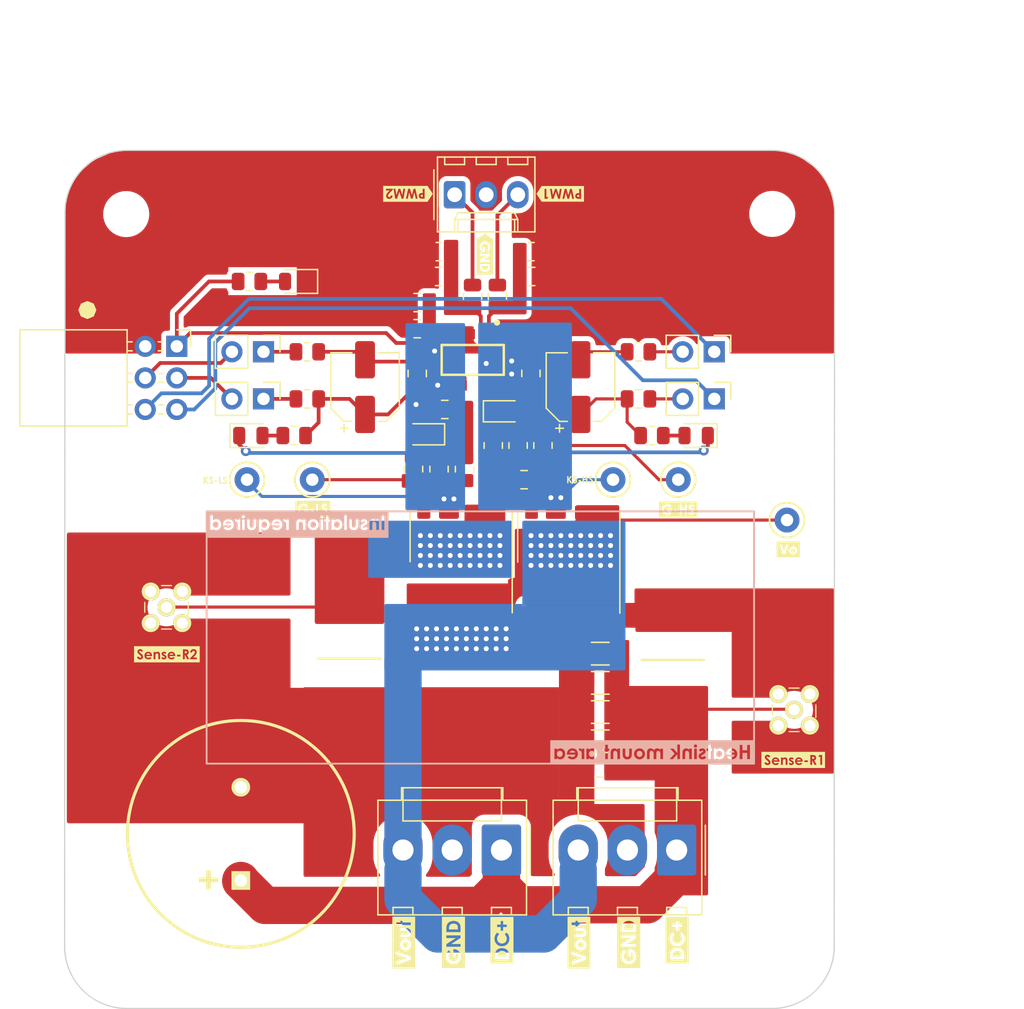
<source format=kicad_pcb>
(kicad_pcb (version 20221018) (generator pcbnew)
  (title_block (comment 4 "AISLER Project ID: ZPYPMIGU"))
  (layers (0 "F.Cu" mixed) (31 "B.Cu" mixed) (34 "B.Paste" user) (35 "F.Paste" user) (36 "B.SilkS" user "B.Silkscreen") (37 "F.SilkS" user "F.Silkscreen") (38 "B.Mask" user) (39 "F.Mask" user) (44 "Edge.Cuts" user))
  (net 0 "")
  (net 1 "GND")
  (net 2 "+3.3V")
  (net 3 "VCCA")
  (net 4 "VCCB")
  (net 5 "GND1")
  (net 6 "LED1")
  (net 7 "Net-(C5-Pad1)")
  (net 8 "Net-(D2-K)")
  (net 9 "GND2")
  (net 10 "OUTA")
  (net 11 "GND3")
  (net 12 "Net-(Q1-G)")
  (net 13 "Net-(D1-A)")
  (net 14 "Net-(D2-A)")
  (net 15 "Net-(D5-A)")
  (net 16 "Net-(D6-A)")
  (net 17 "Net-(D7-A)")
  (net 18 "Net-(J8-Pin_2)")
  (net 19 "Net-(J7-Pin_1)")
  (net 20 "HVDC+")
  (net 21 "PWM1")
  (net 22 "PWM2")
  (net 23 "OUTB")
  (net 24 "gnd-1")
  (net 25 "LED2")
  (net 26 "gnd-2")
  (net 27 "Net-(J6-Pin_1)")
  (net 28 "Net-(J5-Pin_2)")
  (net 30 "Net-(J9-Pad2)")
  (net 31 "Net-(J10-Pad1)")
  (net 32 "Net-(J1-Pin_3)")
  (net 33 "Net-(J2-Pin_1)")
  (net 34 "Net-(J2-Pin_3)")
  (net 35 "Net-(Q2-G)")
  (footprint "LED_SMD:LED_0805_2012Metric" (layer "F.Cu") (at 124.525 58.31 180)
    (fp_text reference "D5" hide)
    (fp_text value "LED")
  )
  (footprint "Connector_Molex:Molex_KK-254_AE-6410-03A_1x03_P2.54mm_Vertical" (layer "F.Cu") (at 137.235 51.33)
    (fp_text reference "J2" hide)
    (fp_text value "PWM")
  )
  (footprint "MountingHole:MountingHole_3.2mm_M3" (layer "F.Cu") (at 162.794466 52.874466)
    (fp_text reference "H3" hide)
    (fp_text value "MountingHole")
  )
  (footprint "kibuzzard-63FF1A06" (layer "F.Cu") (at 133.48 51.26 180)
    (fp_text reference "kibuzzard-63FF1A06" hide)
    (fp_text value "G***" hide)
  )
  (footprint "Resistor_SMD:R_0805_2012Metric" (layer "F.Cu") (at 143.405 55.91)
    (fp_text reference "R16" hide)
    (fp_text value "10k")
  )
  (footprint "Connector_PinHeader_2.54mm:PinHeader_1x02_P2.54mm_Vertical" (layer "F.Cu") (at 121.855 67.76 -90)
    (fp_text reference "J6" hide)
    (fp_text value "5V")
  )
  (footprint "EKXL451ELL101MM30S:CAPPRD750W80D1825H3200" (layer "F.Cu") (at 120.03 106.51 90)
    (fp_text reference "C10" hide)
    (fp_text value "100uF/450V" hide)
  )
  (footprint "Resistor_SMD:R_0805_2012Metric" (layer "F.Cu") (at 124.325 70.71)
    (fp_text reference "R12" hide)
    (fp_text value "4.7k")
  )
  (footprint "Capacitor_SMD:CP_Elec_5x5.3" (layer "F.Cu") (at 130.025 66.81 90)
    (fp_text reference "C16" hide)
    (fp_text value "10uF/35V")
  )
  (footprint "2EDF7275K:TFLGA65P500X500X106-14_13N-V" (layer "F.Cu") (at 138.6925 64.62 -90)
    (fp_text reference "IC1" hide)
    (fp_text value "2EDF7275KXUMA1")
  )
  (footprint "kibuzzard-63FF19FC" (layer "F.Cu") (at 145.73 51.26 180)
    (fp_text reference "kibuzzard-63FF19FC" hide)
    (fp_text value "G***" hide)
  )
  (footprint "Resistor_SMD:R_0805_2012Metric" (layer "F.Cu") (at 148.88 97.46 180)
    (fp_text reference "R8" hide)
    (fp_text value "500k")
  )
  (footprint "Capacitor_SMD:C_0805_2012Metric" (layer "F.Cu") (at 134.225 62.11)
    (fp_text reference "C1" hide)
    (fp_text value "100nF")
  )
  (footprint "Capacitor_SMD:C_1206_3216Metric" (layer "F.Cu") (at 148.955 88.26 180)
    (fp_text reference "C9" hide)
    (fp_text value "100nF/450V")
  )
  (footprint "TestPoint:TestPoint_Keystone_5000-5004_Miniature" (layer "F.Cu") (at 149.98 74.26)
    (fp_text reference "TP5" hide)
    (fp_text value "TestPoint_Alt")
  )
  (footprint "MMCX-J-P-H-ST-TH1:MMCXJPHSTTH1" (layer "F.Cu") (at 163.28 91.51)
    (fp_text reference "J9" hide)
    (fp_text value "MMCX-J-P-H-ST-TH1" hide)
  )
  (footprint "Resistor_SMD:R_0805_2012Metric" (layer "F.Cu") (at 125.38 63.97)
    (fp_text reference "FB2" hide)
    (fp_text value "fb")
  )
  (footprint "Resistor_SMD:R_0805_2012Metric" (layer "F.Cu") (at 138.675 59.51 -90)
    (fp_text reference "R13" hide)
    (fp_text value "100")
  )
  (footprint "Resistor_SMD:R_0805_2012Metric" (layer "F.Cu") (at 138.03 73.41 -90)
    (fp_text reference "R1" hide)
    (fp_text value "470")
  )
  (footprint "Resistor_SMD:R_0805_2012Metric" (layer "F.Cu") (at 140.3425 71.51 -90)
    (fp_text reference "R3" hide)
    (fp_text value "470")
  )
  (footprint "Capacitor_SMD:C_1206_3216Metric" (layer "F.Cu") (at 148.955 90.61 180)
    (fp_text reference "C8" hide)
    (fp_text value "100nF/450V")
  )
  (footprint "LED_SMD:LED_0805_2012Metric" (layer "F.Cu") (at 156.6725 70.71 180)
    (fp_text reference "D6" hide)
    (fp_text value "LED")
  )
  (footprint "TestPoint:TestPoint_Keystone_5000-5004_Miniature" (layer "F.Cu") (at 163.98 77.51)
    (fp_text reference "TP4" hide)
    (fp_text value "TestPoint_Alt")
  )
  (footprint "Resistor_SMD:R_0805_2012Metric" (layer "F.Cu") (at 120.725 58.31 180)
    (fp_text reference "R10" hide)
    (fp_text value "4.7k")
  )
  (footprint "kibuzzard-63EE9059" (layer "F.Cu") (at 151.24 111.494071 90)
    (fp_text reference "kibuzzard-63EE9059" hide)
    (fp_text value "G***" hide)
  )
  (footprint "Package_SON:Infineon_PG-LSON-8-1" (layer "F.Cu") (at 146.42 80.89 90)
    (fp_text reference "Q1" hide)
    (fp_text value "IGLD60R190D1")
  )
  (footprint "Resistor_SMD:R_0805_2012Metric" (layer "F.Cu") (at 142.3425 71.51 -90)
    (fp_text reference "R2" hide)
    (fp_text value "10")
  )
  (footprint "Connector_PinHeader_2.54mm:PinHeader_1x02_P2.54mm_Vertical" (layer "F.Cu") (at 121.855 63.97 -90)
    (fp_text reference "J7" hide)
    (fp_text value "GND")
  )
  (footprint "Resistor_SMD:R_0805_2012Metric" (layer "F.Cu") (at 144.3425 71.51 -90)
    (fp_text reference "R5" hide)
    (fp_text value "5.1")
  )
  (footprint "Capacitor_SMD:C_0805_2012Metric" (layer "F.Cu") (at 143.425 57.91 180)
    (fp_text reference "C14" hide)
    (fp_text value "100nF")
  )
  (footprint "Resistor_SMD:R_0805_2012Metric" (layer "F.Cu") (at 152.03 63.97)
    (fp_text reference "FB1" hide)
    (fp_text value "fb")
  )
  (footprint "Resistor_SMD:R_0805_2012Metric" (layer "F.Cu") (at 152.03 67.76)
    (fp_text reference "FB4" hide)
    (fp_text value "fb")
  )
  (footprint "Resistor_SMD:R_0805_2012Metric" (layer "F.Cu") (at 135.98 73.41 -90)
    (fp_text reference "R4" hide)
    (fp_text value "10")
  )
  (footprint "Resistor_SMD:R_0805_2012Metric" (layer "F.Cu") (at 153.1125 70.71 180)
    (fp_text reference "R11" hide)
    (fp_text value "4.7k")
  )
  (footprint "Capacitor_SMD:C_0805_2012Metric" (layer "F.Cu") (at 135.955 57.91)
    (fp_text reference "C13" hide)
    (fp_text value "100nF")
  )
  (footprint "kibuzzard-63FF1A39" (layer "F.Cu") (at 114.08 88.31)
    (fp_text reference "kibuzzard-63FF1A39" hide)
    (fp_text value "G***" hide)
  )
  (footprint "kibuzzard-63FF1AED" (layer "F.Cu") (at 117.98 74.31)
    (fp_text reference "kibuzzard-63FF1AED" hide)
    (fp_text value "G***" hide)
  )
  (footprint "kibuzzard-63EDDA14" (layer "F.Cu") (at 107.68 60.61)
    (fp_text reference "kibuzzard-63EDDA14" hide)
    (fp_text value "G***" hide)
  )
  (footprint "Connector_PinSocket_2.54mm:PinSocket_2x03_P2.54mm_Horizontal" (layer "F.Cu") (at 114.88 63.53)
    (fp_text reference "J4" hide)
    (fp_text value "Conn_02x03_Odd_Even")
  )
  (footprint "Connector_PinHeader_2.54mm:PinHeader_1x02_P2.54mm_Vertical" (layer "F.Cu") (at 158.13 67.76 -90)
    (fp_text reference "J5" hide)
    (fp_text value "5V")
  )
  (footprint "Capacitor_SMD:C_0805_2012Metric" (layer "F.Cu") (at 142.83 74.26 180)
    (fp_text reference "C5" hide)
    (fp_text value "2.2nF")
  )
  (footprint "kibuzzard-63EE9044" (layer "F.Cu") (at 155.14 111.315 90)
    (fp_text reference "kibuzzard-63EE9044" hide)
    (fp_text value "G***" hide)
  )
  (footprint "kibuzzard-63EE9044" (layer "F.Cu") (at 141.04 111.315 90)
    (fp_text reference "kibuzzard-63EE9044" hide)
    (fp_text value "G***" hide)
  )
  (footprint "footprint:RESC10052X50N" (layer "F.Cu") (at 128.78 88.66 -90)
    (fp_text reference "R9" hide)
    (fp_text value "WSLP3921L1000FEA" hide)
  )
  (footprint "MountingHole:MountingHole_3.2mm_M3" (layer "F.Cu") (at 110.808932 52.888932)
    (fp_text reference "H4" hide)
    (fp_text value "MountingHole")
  )
  (footprint "Package_SON:Infineon_PG-LSON-8-1" (layer "F.Cu") (at 137.76 80.86 90)
    (fp_text reference "Q2" hide)
    (fp_text value "IGLD60R190D1")
  )
  (footprint "Diode_SMD:D_SOD-323" (layer "F.Cu") (at 134.93 70.61 180)
    (fp_text reference "D2" hide)
    (fp_text value "BAT165")
  )
  (footprint "Capacitor_SMD:C_0805_2012Metric" (layer "F.Cu") (at 136.4425 68.61 180)
    (fp_text reference "C4" hide)
    (fp_text value "2.2nF")
  )
  (footprint "Connector_Molex:Molex_KK-396_A-41791-0003_1x03_P3.96mm_Vertical" (layer "F.Cu") (at 141 104.06 180)
    (fp_text reference "J3" hide)
    (fp_text value "HVDC")
  )
  (footprint "kibuzzard-63EDD5C6" (layer "F.Cu") (at 125.83 76.61)
    (fp_text reference "kibuzzard-63EDD5C6" hide)
    (fp_text value "G***" hide)
  )
  (footprint "Resistor_SMD:R_0805_2012Metric" (layer "F.Cu") (at 140.675 59.51 -90)
    (fp_text reference "R14" hide)
    (fp_text value "100")
  )
  (footprint "TestPoint:TestPoint_Keystone_5000-5004_Miniature" (layer "F.Cu") (at 125.78 74.26)
    (fp_text reference "TP2" hide)
    (fp_text value "TestPoint_Alt")
  )
  (footprint "MMCX-J-P-H-ST-TH1:MMCXJPHSTTH1" (layer "F.Cu") (at 112.78 83.26)
    (fp_text reference "J10" hide)
    (fp_text value "MMCX-J-P-H-ST-TH1" hide)
  )
  (footprint "kibuzzard-63EDD756" (layer "F.Cu") (at 164.08 79.86)
    (fp_text reference "kibuzzard-63EDD756" hide)
    (fp_text value "G***" hide)
  )
  (footprint "LED_SMD:LED_0805_2012Metric" (layer "F.Cu") (at 120.8375 70.71)
    (fp_text reference "D7" hide)
    (fp_text value "LED")
  )
  (footprint "kibuzzard-63FF19DB" (layer "F.Cu") (at 139.675 56.11 -90)
    (fp_text reference "kibuzzard-63FF19DB" hide)
    (fp_text value "G***" hide)
  )
  (footprint "Resistor_SMD:R_0805_2012Metric" (layer "F.Cu") (at 135.975 55.91 180)
    (fp_text reference "R15" hide)
    (fp_text value "10k")
  )
  (footprint "TestPoint:TestPoint_Keystone_5000-5004_Miniature" (layer "F.Cu") (at 155.23 74.26)
    (fp_text reference "TP1" hide)
    (fp_text value "TestPoint_Alt")
  )
  (footprint "kibuzzard-63EE9091" (layer "F.Cu") (at 133.14 111.515 90)
    (fp_text reference "kibuzzard-63EE9091" hide)
    (fp_text value "G***" hide)
  )
  (footprint "kibuzzard-63EDD5E0" (layer "F.Cu") (at 155.225 76.66)
    (fp_text reference "kibuzzard-63EDD5E0" hide)
    (fp_text value "G***" hide)
  )
  (footprint "Capacitor_SMD:C_1206_3216Metric" (layer "F.Cu") (at 148.955 95.31 180)
    (fp_text reference "C7" hide)
    (fp_text value "100nF/450V")
  )
  (footprint "kibuzzard-63EDD791" (layer "F.Cu") (at 164.48 96.81)
    (fp_text reference "kibuzzard-63EDD791" hide)
    (fp_text value "G***" hide)
  )
  (footprint "kibuzzard-63FF2B27" (layer "F.Cu") (at 117.43 106.46)
    (fp_text reference "kibuzzard-63FF2B27" hide)
    (fp_text value "G***" hide)
  )
  (footprint "footprint:RESC10052X50N" (layer "F.Cu") (at 154.78 88.77 -90)
    (fp_text reference "R7" hide)
    (fp_text value "WSLP3921L1000FEA" hide)
  )
  (footprint "kibuzzard-63EE9091" (layer "F.Cu") (at 147.24 111.515 90)
    (fp_text reference "kibuzzard-63EE9091" hide)
    (fp_text value "G***" hide)
  )
  (footprint "Diode_SMD:D_SOD-323" (layer "F.Cu") (at 141.0475 68.76)
    (fp_text reference "D1" hide)
    (fp_text value "BAT165")
  )
  (footprint "Connector_Molex:Molex_KK-396_A-41791-0003_1x03_P3.96mm_Vertical" (layer "F.Cu") (at 155.1 104.06 180)
    (fp_text reference "J1" hide)
    (fp_text value "HVDC")
  )
  (footprint "kibuzzard-63FF1AF8" (layer "F.Cu") (at 147.33 74.26)
    (fp_text reference "kibuzzard-63FF1AF8" hide)
    (fp_text value "G***" hide)
  )
  (footprint "MountingHole:MountingHole_3.2mm_M3" (layer "F.Cu") (at 162.78 111.81)
    (fp_text reference "H1" hide)
    (fp_text value "MountingHole")
  )
  (footprint "Capacitor_SMD:C_0805_2012Metric" (layer "F.Cu") (at 134.225 65.71 -90)
    (fp_text reference "C3" hide)
    (fp_text value "1uF")
  )
  (footprint "Capacitor_SMD:C_0805_2012Metric" (layer "F.Cu") (at 134.225 60.01)
    (fp_text reference "C11" hide)
    (fp_text value "100nF")
  )
  (footprint "Connector_PinHeader_2.54mm:PinHeader_1x02_P2.54mm_Vertical" (layer "F.Cu") (at 158.125 63.97 -90)
    (fp_text reference "J8" hide)
    (fp_text value "GND")
  )
  (footprint "kibuzzard-63EE9059" (layer "F.Cu") (at 137.14 111.494071 90)
    (fp_text reference "kibuzzard-63EE9059" hide)
    (fp_text value "G***" hide)
  )
  (footprint "Resistor_SMD:R_0805_2012Metric" (layer "F.Cu") (at 125.38 67.76 180)
    (fp_text reference "FB3" hide)
    (fp_text value "fb")
  )
  (footprint "Capacitor_SMD:C_0805_2012Metric" (layer "F.Cu") (at 143.375 65.71 -90)
    (fp_text reference "C2" hide)
    (fp_text value "1uF")
  )
  (footprint "TestPoint:TestPoint_Keystone_5000-5004_Miniature" (layer "F.Cu") (at 120.53 74.26)
    (fp_text reference "TP3" hide)
    (fp_text value "TestPoint_Alt")
  )
  (footprint "Capacitor_SMD:CP_Elec_5x5.3" (layer "F.Cu") (at 147.3625 66.81 90)
    (fp_text reference "C15" hide)
    (fp_text value "10uF/35V")
  )
  (footprint "MountingHole:MountingHole_3.2mm_M3" (layer "F.Cu") (at 110.88 111.81)
    (fp_text reference "H2" hide)
    (fp_text value "MountingHole")
  )
  (footprint "Capacitor_SMD:C_1206_3216Metric" (layer "F.Cu") (at 148.955 92.96 180)
    (fp_text reference "C6" hide)
    (fp_text value "100nF/450V")
  )
  (footprint "Resistor_SMD:R_0805_2012Metric" (layer "F.Cu") (at 133.93 73.41 -90)
    (fp_text reference "R6" hide)
    (fp_text value "5.1")
  )
  (footprint "kibuzzard-63FF27E9" (layer "B.Cu") (at 153.13 96.16 180)
    (fp_text reference "kibuzzard-63FF27E9" hide)
    (fp_text value "G***" hide)
  )
  (footprint "kibuzzard-63FF2952" (layer "B.Cu") (at 124.58 77.86 180)
    (fp_text reference "kibuzzard-63FF2952" hide)
    (fp_text value "G***" hide)
  )
  (gr_rect (start 117.28 76.81) (end 161.33 97.11) (stroke (width 0.15)) (fill none) (layer "B.SilkS"))
  (gr_line (start 167.78 111.81) (end 167.808932 52.774466) (stroke (width 0.1)) (layer "Edge.Cuts"))
  (gr_line (start 110.88 47.76) (end 162.794466 47.76) (stroke (width 0.1)) (layer "Edge.Cuts"))
  (gr_line (start 105.88 52.76) (end 105.851068 111.81) (stroke (width 0.1)) (layer "Edge.Cuts"))
  (gr_arc (start 110.851068 116.81) (mid 107.315524 115.345544) (end 105.851068 111.81) (stroke (width 0.1)) (layer "Edge.Cuts"))
  (gr_arc (start 105.88 52.76) (mid 107.344466 49.224466) (end 110.88 47.76) (stroke (width 0.1)) (layer "Edge.Cuts"))
  (gr_line (start 110.851068 116.81) (end 162.78 116.81) (stroke (width 0.1)) (layer "Edge.Cuts"))
  (gr_arc (start 167.78 111.81) (mid 166.315544 115.345544) (end 162.78 116.81) (stroke (width 0.1)) (layer "Edge.Cuts"))
  (gr_arc (start 162.794466 47.76) (mid 166.336031 49.232921) (end 167.808932 52.774466) (stroke (width 0.1)) (layer "Edge.Cuts"))
  (segment (start 131.73 62.46) (end 115.95 62.46) (width 0.3) (layer "F.Cu") (net 2))
  (segment (start 132.53 63.26) (end 131.73 62.46) (width 0.3) (layer "F.Cu") (net 2))
  (segment (start 115.95 62.46) (end 114.88 63.53) (width 0.3) (layer "F.Cu") (net 2))
  (segment (start 114.88 63.53) (end 114.88 60.9) (width 0.3) (layer "F.Cu") (net 2))
  (segment (start 119.8125 58.31) (end 117.47 58.31) (width 0.3) (layer "F.Cu") (net 2))
  (segment (start 114.88 60.9) (end 117.47 58.31) (width 0.3) (layer "F.Cu") (net 2))
  (segment (start 135.175 62.11) (end 134.025 63.26) (width 0.3) (layer "F.Cu") (net 2))
  (segment (start 134.025 63.26) (end 132.53 63.26) (width 0.3) (layer "F.Cu") (net 2))
  (segment (start 158.13 67.76) (end 156.63 66.26) (width 0.3) (layer "B.Cu") (net 3))
  (segment (start 117.98 63.21) (end 117.98 66.910001) (width 0.3) (layer "B.Cu") (net 3))
  (segment (start 116.28 68.61) (end 114.88 68.61) (width 0.3) (layer "B.Cu") (net 3))
  (segment (start 117.98 66.910001) (end 116.28 68.61) (width 0.3) (layer "B.Cu") (net 3))
  (segment (start 146.58 60.46) (end 120.73 60.46) (width 0.3) (layer "B.Cu") (net 3))
  (segment (start 120.73 60.46) (end 117.98 63.21) (width 0.3) (layer "B.Cu") (net 3))
  (segment (start 156.63 66.26) (end 152.38 66.26) (width 0.3) (layer "B.Cu") (net 3))
  (segment (start 152.38 66.26) (end 146.58 60.46) (width 0.3) (layer "B.Cu") (net 3))
  (segment (start 117.625 66.07) (end 119.315 67.76) (width 0.3) (layer "F.Cu") (net 4))
  (segment (start 114.88 66.07) (end 117.625 66.07) (width 0.3) (layer "F.Cu") (net 4))
  (segment (start 153.865 59.71) (end 120.68 59.71) (width 0.3) (layer "B.Cu") (net 5))
  (segment (start 117.48 62.91) (end 117.48 66.702894) (width 0.3) (layer "B.Cu") (net 5))
  (segment (start 113.64 67.31) (end 112.34 68.61) (width 0.3) (layer "B.Cu") (net 5))
  (segment (start 158.125 63.97) (end 153.865 59.71) (width 0.3) (layer "B.Cu") (net 5))
  (segment (start 116.872894 67.31) (end 113.64 67.31) (width 0.3) (layer "B.Cu") (net 5))
  (segment (start 120.68 59.71) (end 117.48 62.91) (width 0.3) (layer "B.Cu") (net 5))
  (segment (start 117.48 66.702894) (end 116.872894 67.31) (width 0.3) (layer "B.Cu") (net 5))
  (segment (start 151.1175 67.76) (end 151.1175 69.6275) (width 0.25) (layer "F.Cu") (net 6))
  (segment (start 148.6125 67.76) (end 147.3625 69.01) (width 0.25) (layer "F.Cu") (net 6))
  (segment (start 145.0125 66.66) (end 147.3625 69.01) (width 0.3) (layer "F.Cu") (net 6))
  (segment (start 143.34 66.695) (end 140.6425 66.695) (width 0.3) (layer "F.Cu") (net 6))
  (segment (start 143.375 66.66) (end 145.0125 66.66) (width 0.3) (layer "F.Cu") (net 6))
  (segment (start 151.1175 67.76) (end 148.6125 67.76) (width 0.25) (layer "F.Cu") (net 6))
  (segment (start 143.375 66.66) (end 143.34 66.695) (width 0.3) (layer "F.Cu") (net 6))
  (segment (start 151.1175 69.6275) (end 152.2 70.71) (width 0.25) (layer "F.Cu") (net 6))
  (segment (start 118.415 64.87) (end 113.54 64.87) (width 0.3) (layer "F.Cu") (net 9))
  (segment (start 113.54 64.87) (end 112.34 66.07) (width 0.3) (layer "F.Cu") (net 9))
  (segment (start 119.315 63.97) (end 118.415 64.87) (width 0.3) (layer "F.Cu") (net 9))
  (segment (start 139.9925 68.755) (end 139.9975 68.76) (width 0.3) (layer "F.Cu") (net 10))
  (segment (start 139.9925 66.695) (end 139.9925 68.755) (width 0.3) (layer "F.Cu") (net 10))
  (segment (start 155.23 74.26) (end 153.68 74.26) (width 0.25) (layer "F.Cu") (net 12))
  (segment (start 153.68 74.26) (end 150.93 71.51) (width 0.25) (layer "F.Cu") (net 12))
  (segment (start 150.93 71.51) (end 141.255 71.51) (width 0.25) (layer "F.Cu") (net 12))
  (segment (start 141.255 71.51) (end 140.3425 72.4225) (width 0.25) (layer "F.Cu") (net 12))
  (segment (start 121.6375 58.31) (end 123.5875 58.31) (width 0.3) (layer "F.Cu") (net 15))
  (segment (start 154.025 70.71) (end 155.735 70.71) (width 0.3) (layer "F.Cu") (net 16))
  (segment (start 123.4125 70.71) (end 121.775 70.71) (width 0.3) (layer "F.Cu") (net 17))
  (segment (start 155.585 63.97) (end 152.9425 63.97) (width 0.25) (layer "F.Cu") (net 18))
  (segment (start 121.855 63.97) (end 124.4675 63.97) (width 0.3) (layer "F.Cu") (net 19))
  (segment (start 139.39 108.515) (end 141 106.905) (width 3) (layer "F.Cu") (net 20))
  (segment (start 155.1 106.105) (end 155.1 104.06) (width 3) (layer "F.Cu") (net 20))
  (segment (start 164.502 92.732) (end 154.968 92.732) (width 0.25) (layer "F.Cu") (net 20))
  (segment (start 164.55 92.78) (end 164.502 92.732) (width 0.25) (layer "F.Cu") (net 20))
  (segment (start 141 104.06) (end 141 106.975) (width 3) (layer "F.Cu") (net 20))
  (segment (start 152.74 108.465) (end 155.1 106.105) (width 3) (layer "F.Cu") (net 20))
  (segment (start 141 106.975) (end 142.49 108.465) (width 3) (layer "F.Cu") (net 20))
  (segment (start 121.985 108.515) (end 120.03 106.56) (width 3) (layer "F.Cu") (net 20))
  (segment (start 142.49 108.465) (end 152.74 108.465) (width 3) (layer "F.Cu") (net 20))
  (segment (start 120.03 106.56) (end 120.03 106.51) (width 3) (layer "F.Cu") (net 20))
  (segment (start 141 106.905) (end 141 104.06) (width 3) (layer "F.Cu") (net 20))
  (segment (start 121.985 108.515) (end 139.39 108.515) (width 3) (layer "F.Cu") (net 20))
  (segment (start 154.968 92.732) (end 154.78 92.92) (width 0.25) (layer "F.Cu") (net 20))
  (segment (start 139.9925 61.105) (end 140.675 60.4225) (width 0.3) (layer "F.Cu") (net 21))
  (segment (start 139.9925 62.545) (end 139.9925 61.105) (width 0.3) (layer "F.Cu") (net 21))
  (segment (start 139.3425 61.09) (end 138.675 60.4225) (width 0.3) (layer "F.Cu") (net 22))
  (segment (start 139.3425 62.545) (end 139.3425 61.09) (width 0.3) (layer "F.Cu") (net 22))
  (segment (start 137.3925 66.695) (end 137.3925 68.61) (width 0.3) (layer "F.Cu") (net 23))
  (segment (start 139.775 64.91) (end 139.3425 65.3425) (width 0.25) (layer "F.Cu") (net 24))
  (segment (start 141.875 64.76) (end 143.875 64.76) (width 0.25) (layer "F.Cu") (net 24))
  (segment (start 151.1175 63.97) (end 148.0025 63.97) (width 0.25) (layer "F.Cu") (net 24))
  (segment (start 144.025 64.61) (end 147.3625 64.61) (width 0.25) (layer "F.Cu") (net 24))
  (segment (start 141.825 64.71) (end 141.875 64.76) (width 0.25) (layer "F.Cu") (net 24))
  (segment (start 157.28 71.91) (end 157.61 71.58) (width 0.3) (layer "F.Cu") (net 24))
  (segment (start 139.3425 65.3425) (end 139.3425 66.695) (width 0.25) (layer "F.Cu") (net 24))
  (segment (start 157.61 71.58) (end 157.61 70.71) (width 0.3) (layer "F.Cu") (net 24))
  (segment (start 141.625 64.91) (end 139.775 64.91) (width 0.3) (layer "F.Cu") (net 24))
  (segment (start 148.0025 63.97) (end 147.3625 64.61) (width 0.25) (layer "F.Cu") (net 24))
  (segment (start 141.825 64.71) (end 141.825 65.76) (width 0.3) (layer "F.Cu") (net 24))
  (segment (start 141.825 64.71) (end 141.625 64.91) (width 0.3) (layer "F.Cu") (net 24))
  (segment (start 143.875 64.76) (end 144.025 64.61) (width 0.25) (layer "F.Cu") (net 24))
  (via (at 145.78 75.71) (size 0.8) (drill 0.4) (layers "F.Cu" "B.Cu") (net 24))
  (via (at 144.98 75.71) (size 0.8) (drill 0.4) (layers "F.Cu" "B.Cu") (net 24))
  (via (at 139.775 64.91) (size 0.8) (drill 0.4) (layers "F.Cu" "B.Cu") (net 24))
  (via (at 141.825 64.71) (size 0.8) (drill 0.4) (layers "F.Cu" "B.Cu") (net 24))
  (via (at 141.825 65.76) (size 0.8) (drill 0.4) (layers "F.Cu" "B.Cu") (net 24))
  (via (at 157.28 71.91) (size 0.8) (drill 0.4) (layers "F.Cu" "B.Cu") (net 24))
  (segment (start 157.13 72.06) (end 146.13 72.06) (width 0.3) (layer "B.Cu") (net 24))
  (segment (start 157.28 71.91) (end 157.13 72.06) (width 0.3) (layer "B.Cu") (net 24))
  (segment (start 147.23 74.26) (end 145.78 75.71) (width 0.25) (layer "B.Cu") (net 24))
  (segment (start 149.98 74.26) (end 147.23 74.26) (width 0.25) (layer "B.Cu") (net 24))
  (segment (start 126.2925 69.655) (end 125.2375 70.71) (width 0.3) (layer "F.Cu") (net 25))
  (segment (start 128.775 67.76) (end 130.025 69.01) (width 0.3) (layer "F.Cu") (net 25))
  (segment (start 138.0425 66.07) (end 138.0425 66.695) (width 0.3) (layer "F.Cu") (net 25))
  (segment (start 126.2925 67.76) (end 126.2925 69.655) (width 0.3) (layer "F.Cu") (net 25))
  (segment (start 130.025 69.01) (end 131.875 69.01) (width 0.3) (layer "F.Cu") (net 25))
  (segment (start 134.225 66.66) (end 134.975 65.91) (width 0.3) (layer "F.Cu") (net 25))
  (segment (start 134.975 65.91) (end 137.8825 65.91) (width 0.3) (layer "F.Cu") (net 25))
  (segment (start 137.8825 65.91) (end 138.0425 66.07) (width 0.3) (layer "F.Cu") (net 25))
  (segment (start 126.2925 67.76) (end 128.775 67.76) (width 0.3) (layer "F.Cu") (net 25))
  (segment (start 131.875 69.01) (end 134.225 66.66) (width 0.3) (layer "F.Cu") (net 25))
  (segment (start 129.385 63.97) (end 130.025 64.61) (width 0.3) (layer "F.Cu") (net 26))
  (segment (start 134.225 64.76) (end 130.175 64.76) (width 0.3) (layer "F.Cu") (net 26))
  (segment (start 135.798528 66.66) (end 135.875 66.66) (width 0.3) (layer "F.Cu") (net 26))
  (segment (start 134.225 64.76) (end 134.775 64.76) (width 0.3) (layer "F.Cu") (net 26))
  (segment (start 135.875 66.66) (end 135.91 66.695) (width 0.25) (layer "F.Cu") (net 26))
  (segment (start 134.13 68.21) (end 134.248528 68.21) (width 0.3) (layer "F.Cu") (net 26))
  (segment (start 119.9 71.43) (end 119.9 70.71) (width 0.3) (layer "F.Cu") (net 26))
  (segment (start 130.175 64.76) (end 130.025 64.61) (width 0.3) (layer "F.Cu") (net 26))
  (segment (start 126.2925 63.97) (end 129.385 63.97) (width 0.3) (layer "F.Cu") (net 26))
  (segment (start 134.775 64.76) (end 135.625 63.91) (width 0.3) (layer "F.Cu") (net 26))
  (segment (start 134.248528 68.21) (end 135.798528 66.66) (width 0.3) (layer "F.Cu") (net 26))
  (segment (start 135.91 66.695) (end 136.7425 66.695) (width 0.25) (layer "F.Cu") (net 26))
  (segment (start 120.43 71.96) (end 119.9 71.43) (width 0.3) (layer "F.Cu") (net 26))
  (via (at 135.625 63.91) (size 0.8) (drill 0.4) (layers "F.Cu" "B.Cu") (net 26))
  (via (at 136.38 75.81) (size 0.8) (drill 0.4) (layers "F.Cu" "B.Cu") (net 26))
  (via (at 134.13 68.21) (size 0.8) (drill 0.4) (layers "F.Cu" "B.Cu") (net 26))
  (via (at 120.43 71.96) (size 0.8) (drill 0.4) (layers "F.Cu" "B.Cu") (net 26))
  (via (at 135.875 66.66) (size 0.8) (drill 0.4) (layers "F.Cu" "B.Cu") (net 26))
  (via (at 137.18 75.81) (size 0.8) (drill 0.4) (layers "F.Cu" "B.Cu") (net 26))
  (segment (start 120.53 74.41) (end 121.73 75.61) (width 0.25) (layer "B.Cu") (net 26))
  (segment (start 133.68 72.11) (end 133.73 72.06) (width 0.3) (layer "B.Cu") (net 26))
  (segment (start 136.18 75.61) (end 136.38 75.81) (width 0.25) (layer "B.Cu") (net 26))
  (segment (start 120.43 71.96) (end 120.58 72.11) (width 0.3) (layer "B.Cu") (net 26))
  (segment (start 121.73 75.61) (end 136.18 75.61) (width 0.25) (layer "B.Cu") (net 26))
  (segment (start 120.58 72.11) (end 133.68 72.11) (width 0.3) (layer "B.Cu") (net 26))
  (segment (start 121.855 67.76) (end 124.4675 67.76) (width 0.3) (layer "F.Cu") (net 27))
  (segment (start 155.59 67.76) (end 152.9425 67.76) (width 0.25) (layer "F.Cu") (net 28))
  (segment (start 128.78 84.51) (end 114.07 84.51) (width 0.25) (layer "F.Cu") (net 31))
  (segment (start 137.55 79.96) (end 137.52 79.99) (width 0.25) (layer "F.Cu") (net 31))
  (segment (start 114.07 84.51) (end 114.05 84.53) (width 0.25) (layer "F.Cu") (net 31))
  (via (at 139.28 81.16) (size 0.8) (drill 0.4) (layers "F.Cu" "B.Cu") (net 31))
  (via (at 140.08 79.56) (size 0.8) (drill 0.4) (layers "F.Cu" "B.Cu") (net 31))
  (via (at 140.88 78.76) (size 0.8) (drill 0.4) (layers "F.Cu" "B.Cu") (net 31))
  (via (at 135.28 80.36) (size 0.8) (drill 0.4) (layers "F.Cu" "B.Cu") (net 31))
  (via (at 136.08 79.56) (size 0.8) (drill 0.4) (layers "F.Cu" "B.Cu") (net 31))
  (via (at 134.48 81.16) (size 0.8) (drill 0.4) (layers "F.Cu" "B.Cu") (net 31))
  (via (at 136.88 78.76) (size 0.8) (drill 0.4) (layers "F.Cu" "B.Cu") (net 31))
  (via (at 136.08 81.16) (size 0.8) (drill 0.4) (layers "F.Cu" "B.Cu") (net 31))
  (via (at 136.08 78.76) (size 0.8) (drill 0.4) (layers "F.Cu" "B.Cu") (net 31))
  (via (at 136.08 80.36) (size 0.8) (drill 0.4) (layers "F.Cu" "B.Cu") (net 31))
  (via (at 140.88 80.36) (size 0.8) (drill 0.4) (layers "F.Cu" "B.Cu") (net 31))
  (via (at 140.88 79.56) (size 0.8) (drill 0.4) (layers "F.Cu" "B.Cu") (net 31))
  (via (at 135.28 79.56) (size 0.8) (drill 0.4) (layers "F.Cu" "B.Cu") (net 31))
  (via (at 138.48 80.36) (size 0.8) (drill 0.4) (layers "F.Cu" "B.Cu") (net 31))
  (via (at 140.88 81.16) (size 0.8) (drill 0.4) (layers "F.Cu" "B.Cu") (net 31))
  (via (at 134.48 79.56) (size 0.8) (drill 0.4) (layers "F.Cu" "B.Cu") (net 31))
  (via (at 138.48 79.56) (size 0.8) (drill 0.4) (layers "F.Cu" "B.Cu") (net 31))
  (via (at 139.28 78.76) (size 0.8) (drill 0.4) (layers "F.Cu" "B.Cu") (net 31))
  (via (at 140.08 81.16) (size 0.8) (drill 0.4) (layers "F.Cu" "B.Cu") (net 31))
  (via (at 134.48 80.36) (size 0.8) (drill 0.4) (layers "F.Cu" "B.Cu") (net 31))
  (via (at 139.28 80.36) (size 0.8) (drill 0.4) (layers "F.Cu" "B.Cu") (net 31))
  (via (at 138.48 81.16) (size 0.8) (drill 0.4) (layers "F.Cu" "B.Cu") (net 31))
  (via (at 138.48 78.76) (size 0.8) (drill 0.4) (layers "F.Cu" "B.Cu") (net 31))
  (via (at 137.68 79.56) (size 0.8) (drill 0.4) (layers "F.Cu" "B.Cu") (net 31))
  (via (at 135.28 81.16) (size 0.8) (drill 0.4) (layers "F.Cu" "B.Cu") (net 31))
  (via (at 140.08 80.36) (size 0.8) (drill 0.4) (layers "F.Cu" "B.Cu") (net 31))
  (via (at 136.88 81.16) (size 0.8) (drill 0.4) (layers "F.Cu" "B.Cu") (net 31))
  (via (at 134.48 78.76) (size 0.8) (drill 0.4) (layers "F.Cu" "B.Cu") (net 31))
  (via (at 139.28 79.56) (size 0.8) (drill 0.4) (layers "F.Cu" "B.Cu") (net 31))
  (via (at 136.88 79.56) (size 0.8) (drill 0.4) (layers "F.Cu" "B.Cu") (net 31))
  (via (at 137.68 78.76) (size 0.8) (drill 0.4) (layers "F.Cu" "B.Cu") (net 31))
  (via (at 137.68 80.36) (size 0.8) (drill 0.4) (layers "F.Cu" "B.Cu") (net 31))
  (via (at 136.88 80.36) (size 0.8) (drill 0.4) (layers "F.Cu" "B.Cu") (net 31))
  (via (at 140.08 78.76) (size 0.8) (drill 0.4) (layers "F.Cu" "B.Cu") (net 31))
  (via (at 135.28 78.76) (size 0.8) (drill 0.4) (layers "F.Cu" "B.Cu") (net 31))
  (via (at 137.68 81.16) (size 0.8) (drill 0.4) (layers "F.Cu" "B.Cu") (net 31))
  (segment (start 163.98 77.51) (end 149.78 77.51) (width 0.25) (layer "F.Cu") (net 32))
  (via (at 148.18 79.56) (size 0.8) (drill 0.4) (layers "F.Cu" "B.Cu") (net 32))
  (via (at 148.98 79.56) (size 0.8) (drill 0.4) (layers "F.Cu" "B.Cu") (net 32))
  (via (at 134.98 87.86) (size 0.8) (drill 0.4) (layers "F.Cu" "B.Cu") (net 32))
  (via (at 144.18 80.36) (size 0.8) (drill 0.4) (layers "F.Cu" "B.Cu") (net 32))
  (via (at 134.98 87.06) (size 0.8) (drill 0.4) (layers "F.Cu" "B.Cu") (net 32))
  (via (at 147.38 79.56) (size 0.8) (drill 0.4) (layers "F.Cu" "B.Cu") (net 32))
  (via (at 148.98 80.36) (size 0.8) (drill 0.4) (layers "F.Cu" "B.Cu") (net 32))
  (via (at 145.78 79.56) (size 0.8) (drill 0.4) (layers "F.Cu" "B.Cu") (net 32))
  (via (at 143.38 81.16) (size 0.8) (drill 0.4) (layers "F.Cu" "B.Cu") (net 32))
  (via (at 145.78 80.36) (size 0.8) (drill 0.4) (layers "F.Cu" "B.Cu") (net 32))
  (via (at 138.18 86.26) (size 0.8) (drill 0.4) (layers "F.Cu" "B.Cu") (net 32))
  (via (at 149.78 80.36) (size 0.8) (drill 0.4) (layers "F.Cu" "B.Cu") (net 32))
  (via (at 136.58 86.26) (size 0.8) (drill 0.4) (layers "F.Cu" "B.Cu") (net 32))
  (via (at 147.38 78.76) (size 0.8) (drill 0.4) (layers "F.Cu" "B.Cu") (net 32))
  (via (at 140.58 87.86) (size 0.8) (drill 0.4) (layers "F.Cu" "B.Cu") (net 32))
  (via (at 140.58 87.06) (size 0.8) (drill 0.4) (layers "F.Cu" "B.Cu") (net 32))
  (via (at 143.38 79.56) (size 0.8) (drill 0.4) (layers "F.Cu" "B.Cu") (net 32))
  (via (at 138.98 87.86) (size 0.8) (drill 0.4) (layers "F.Cu" "B.Cu") (net 32))
  (via (at 140.58 86.26) (size 0.8) (drill 0.4) (layers "F.Cu" "B.Cu") (net 32))
  (via (at 143.38 78.76) (size 0.8) (drill 0.4) (layers "F.Cu" "B.Cu") (net 32))
  (via (at 136.58 87.86) (size 0.8) (drill 0.4) (layers "F.Cu" "B.Cu") (net 32))
  (via (at 143.38 80.36) (size 0.8) (drill 0.4) (layers "F.Cu" "B.Cu") (net 32))
  (via (at 137.38 87.86) (size 0.8) (drill 0.4) (layers "F.Cu" "B.Cu") (net 32))
  (via (at 138.18 87.86) (size 0.8) (drill 0.4) (layers "F.Cu" "B.Cu") (net 32))
  (via (at 149.78 81.16) (size 0.8) (drill 0.4) (layers "F.Cu" "B.Cu") (net 32))
  (via (at 145.78 78.76) (size 0.8) (drill 0.4) (layers "F.Cu" "B.Cu") (net 32))
  (via (at 138.98 87.06) (size 0.8) (drill 0.4) (layers "F.Cu" "B.Cu") (net 32))
  (via (at 147.38 80.36) (size 0.8) (drill 0.4) (layers "F.Cu" "B.Cu") (net 32))
  (via (at 134.18 86.26) (size 0.8) (drill 0.4) (layers "F.Cu" "B.Cu") (net 32))
  (via (at 148.18 78.76) (size 0.8) (drill 0.4) (layers "F.Cu" "B.Cu") (net 32))
  (via (at 149.78 79.56) (size 0.8) (drill 0.4) (layers "F.Cu" "B.Cu") (net 32))
  (via (at 137.38 87.06) (size 0.8) (drill 0.4) (layers "F.Cu" "B.Cu") (net 32))
  (via (at 141.38 87.86) (size 0.8) (drill 0.4) (layers "F.Cu" "B.Cu") (net 32))
  (via (at 139.78 87.06) (size 0.8) (drill 0.4) (layers "F.Cu" "B.Cu") (net 32))
  (via (at 148.18 81.16) (size 0.8) (drill 0.4) (layers "F.Cu" "B.Cu") (net 32))
  (via (at 147.38 81.16) (size 0.8) (drill 0.4) (layers "F.Cu" "B.Cu") (net 32))
  (via (at 139.78 87.86) (size 0.8) (drill 0.4) (layers "F.Cu" "B.Cu") (net 32))
  (via (at 135.78 86.26) (size 0.8) (drill 0.4) (layers "F.Cu" "B.Cu") (net 32))
  (via (at 146.58 79.56) (size 0.8) (drill 0.4) (layers "F.Cu" "B.Cu") (net 32))
  (via (at 135.78 87.86) (size 0.8) (drill 0.4) (layers "F.Cu" "B.Cu") (net 32))
  (via (at 146.58 80.36) (size 0.8) (drill 0.4) (layers "F.Cu" "B.Cu") (net 32))
  (via (at 144.98 80.36) (size 0.8) (drill 0.4) (layers "F.Cu" "B.Cu") (net 32))
  (via (at 144.98 81.16) (size 0.8) (drill 0.4) (layers "F.Cu" "B.Cu") (net 32))
  (via (at 141.38 86.26) (size 0.8) (drill 0.4) (layers "F.Cu" "B.Cu") (net 32))
  (via (at 138.98 86.26) (size 0.8) (drill 0.4) (layers "F.Cu" "B.Cu") (net 32))
  (via (at 144.18 79.56) (size 0.8) (drill 0.4) (layers "F.Cu" "B.Cu") (net 32))
  (via (at 134.18 87.06) (size 0.8) (drill 0.4) (layers "F.Cu" "B.Cu") (net 32))
  (via (at 146.58 81.16) (size 0.8) (drill 0.4) (layers "F.Cu" "B.Cu") (net 32))
  (via (at 146.58 78.76) (size 0.8) (drill 0.4) (layers "F.Cu" "B.Cu") (net 32))
  (via (at 148.98 78.76) (size 0.8) (drill 0.4) (layers "F.Cu" "B.Cu") (net 32))
  (via (at 145.78 81.16) (size 0.8) (drill 0.4) (layers "F.Cu" "B.Cu") (net 32))
  (via (at 139.78 86.26) (size 0.8) (drill 0.4) (layers "F.Cu" "B.Cu") (net 32))
  (via (at 148.98 81.16) (size 0.8) (drill 0.4) (layers "F.Cu" "B.Cu") (net 32))
  (via (at 144.98 79.56) (size 0.8) (drill 0.4) (layers "F.Cu" "B.Cu") (net 32))
  (via (at 136.58 87.06) (size 0.8) (drill 0.4) (layers "F.Cu" "B.Cu") (net 32))
  (via (at 138.18 87.06) (size 0.8) (drill 0.4) (layers "F.Cu" "B.Cu") (net 32))
  (via (at 134.18 87.86) (size 0.8) (drill 0.4) (layers "F.Cu" "B.Cu") (net 32))
  (via (at 144.98 78.76) (size 0.8) (drill 0.4) (layers "F.Cu" "B.Cu") (net 32))
  (via (at 135.78 87.06) (size 0.8) (drill 0.4) (layers "F.Cu" "B.Cu") (net 32))
  (via (at 134.98 86.26) (size 0.8) (drill 0.4) (layers "F.Cu" "B.Cu") (net 32))
  (via (at 137.38 86.26) (size 0.8) (drill 0.4) (layers "F.Cu" "B.Cu") (net 32))
  (via (at 144.18 81.16) (size 0.8) (drill 0.4) (layers "F.Cu" "B.Cu") (net 32))
  (via (at 144.18 78.76) (size 0.8) (drill 0.4) (layers "F.Cu" "B.Cu") (net 32))
  (via (at 148.18 80.36) (size 0.8) (drill 0.4) (layers "F.Cu" "B.Cu") (net 32))
  (via (at 149.78 78.76) (size 0.8) (drill 0.4) (layers "F.Cu" "B.Cu") (net 32))
  (via (at 141.38 87.06) (size 0.8) (drill 0.4) (layers "F.Cu" "B.Cu") (net 32))
  (segment (start 147.18 108.025) (end 147.18 105.61) (width 3) (layer "B.Cu") (net 32))
  (segment (start 133.08 104.06) (end 133.08 88.81) (width 3) (layer "B.Cu") (net 32))
  (segment (start 144.39 110.815) (end 147.18 108.025) (width 3) (layer "B.Cu") (net 32))
  (segment (start 135.89 110.815) (end 144.39 110.815) (width 3) (layer "B.Cu") (net 32))
  (segment (start 133.08 105.61) (end 133.08 108.005) (width 3) (layer "B.Cu") (net 32))
  (segment (start 133.08 108.005) (end 135.89 110.815) (width 3) (layer "B.Cu") (net 32))
  (segment (start 138.675 52.77) (end 138.675 58.5975) (width 0.3) (layer "F.Cu") (net 33))
  (segment (start 137.235 51.33) (end 138.675 52.77) (width 0.3) (layer "F.Cu") (net 33))
  (segment (start 140.675 52.97) (end 140.675 58.5975) (width 0.3) (layer "F.Cu") (net 34))
  (segment (start 142.315 51.33) (end 140.675 52.97) (width 0.3) (layer "F.Cu") (net 34))
  (segment (start 133.8675 74.26) (end 125.78 74.26) (width 0.25) (layer "F.Cu") (net 35))
  (segment (start 133.93 74.3225) (end 133.8675 74.26) (width 0.25) (layer "F.Cu") (net 35))
  (zone (net 32) (net_name "Net-(J1-Pin_3)") (layer "F.Cu") (name "J1-P3") (priority 1) (connect_pads yes (clearance 0.8)) (min_thickness 0.254) (fill yes (thermal_gap 0.508) (thermal_bridge_width 0.508))
    (polygon (pts (xy 142.08 78.21) (xy 145.58 78.21) (xy 145.58 76.31) (xy 150.48 76.31) (xy 150.48 83.51) (xy 142.78 83.51) (xy 142.78 85.63) (xy 133.38 85.63) (xy 133.38 82.61) (xy 141.53 82.61) (xy 141.53 82.16) (xy 142.08 82.16)))
  )
  (zone (net 22) (net_name "PWM2") (layer "F.Cu") (name "PWM2") (priority 1) (connect_pads yes (clearance 0.4)) (min_thickness 0.254) (fill yes (thermal_gap 0.508) (thermal_bridge_width 0.508))
    (polygon (pts (xy 137.525 59.86) (xy 139.375 59.86) (xy 139.375 61.01) (xy 136.375 61.01) (xy 136.375 54.96) (xy 137.525 54.96)))
  )
  (zone (net 12) (net_name "Net-(Q1-G)") (layer "F.Cu") (name "1") (priority 2) (connect_pads yes (clearance 0.4)) (min_thickness 0.254) (fill yes (thermal_gap 0.508) (thermal_bridge_width 0.508) (smoothing chamfer) (radius 0.1))
    (polygon (pts (xy 141.08 73.56) (xy 142.38 73.56) (xy 142.38 75.06) (xy 139.63 75.06) (xy 139.63 71.91) (xy 141.08 71.91)))
  )
  (zone (net 8) (net_name "Net-(D2-K)") (layer "F.Cu") (name "1") (priority 2) (connect_pads yes (clearance 0.4)) (min_thickness 0.254) (fill yes (thermal_gap 0.508) (thermal_bridge_width 0.508))
    (polygon (pts (xy 136.03 69.31) (xy 134.98 69.31) (xy 134.98 67.91) (xy 136.03 67.91)))
  )
  (zone (net 23) (net_name "OUTB") (layer "F.Cu") (name "1") (priority 2) (connect_pads yes (clearance 0.4)) (min_thickness 0.254) (fill yes (thermal_gap 0.508) (thermal_bridge_width 0.508) (smoothing chamfer) (radius 0.1))
    (polygon (pts (xy 138.73 73.01) (xy 137.33 73.01) (xy 137.33 67.91) (xy 138.73 67.91)))
  )
  (zone (net 30) (net_name "Net-(J9-Pad2)") (layer "F.Cu") (connect_pads yes (clearance 0.8)) (min_thickness 0.254) (fill yes (thermal_gap 0.508) (thermal_bridge_width 0.508))
    (polygon (pts (xy 167.78 97.91) (xy 159.53 97.91) (xy 159.53 86.51) (xy 151.78 86.51) (xy 151.78 83.01) (xy 167.78 83.01)))
  )
  (zone (net 8) (net_name "Net-(D2-K)") (layer "F.Cu") (name "1") (priority 2) (connect_pads yes (clearance 0.4)) (min_thickness 0.254) (fill yes (thermal_gap 0.508) (thermal_bridge_width 0.508) (smoothing chamfer) (radius 0.1))
    (polygon (pts (xy 136.48 73.01) (xy 135.23 73.01) (xy 135.23 67.91) (xy 136.48 67.91)))
  )
  (zone (net 24) (net_name "gnd-1") (layer "F.Cu") (name "1") (priority 2) (connect_pads yes (clearance 0.4)) (min_thickness 0.254) (fill yes (thermal_gap 0.508) (thermal_bridge_width 0.508))
    (polygon (pts (xy 146.18 77.41) (xy 144.58 77.41) (xy 144.58 75.21) (xy 146.18 75.21)))
  )
  (zone (net 35) (net_name "Net-(Q2-G)") (layer "F.Cu") (name "1") (priority 2) (connect_pads yes (clearance 0.4)) (min_thickness 0.254) (fill yes (thermal_gap 0.508) (thermal_bridge_width 0.508))
    (polygon (pts (xy 138.73 74.86) (xy 134.63 74.86) (xy 134.63 74.91) (xy 132.98 74.91) (xy 132.98 73.81) (xy 138.73 73.81)))
  )
  (zone (net 31) (net_name "Net-(J10-Pad1)") (layer "F.Cu") (name "1") (connect_pads yes (clearance 0.8)) (min_thickness 0.254) (fill yes (thermal_gap 0.508) (thermal_bridge_width 0.508) (smoothing chamfer) (radius 0.1))
    (polygon (pts (xy 141.38 81.66) (xy 131.58 81.66) (xy 131.58 85.86) (xy 125.98 85.86) (xy 125.98 78.46) (xy 141.38 78.46)))
  )
  (zone (net 2) (net_name "+3.3V") (layer "F.Cu") (name "3.3") (priority 1) (connect_pads yes (clearance 0.3)) (min_thickness 0.254) (fill yes (thermal_gap 0.508) (thermal_bridge_width 0.508))
    (polygon (pts (xy 135.725 62.01) (xy 137.025 62.01) (xy 137.025 62.96) (xy 134.675 62.96) (xy 134.675 59.26) (xy 135.725 59.26)))
  )
  (zone (net 32) (net_name "Net-(J1-Pin_3)") (layer "F.Cu") (name "1") (connect_pads yes (clearance 0.4)) (min_thickness 0.254) (fill yes (thermal_gap 0.508) (thermal_bridge_width 0.508))
    (polygon (pts (xy 141.98 88.46) (xy 133.38 88.46) (xy 133.38 82.66) (xy 141.98 82.66)))
  )
  (zone (net 7) (net_name "Net-(C5-Pad1)") (layer "F.Cu") (name "1") (connect_pads yes (clearance 0.4)) (min_thickness 0.254) (fill yes (thermal_gap 0.508) (thermal_bridge_width 0.508) (smoothing chamfer) (radius 0.1))
    (polygon (pts (xy 145.08 72.96) (xy 144.28 72.96) (xy 144.28 74.96) (xy 143.28 74.96) (xy 143.28 72.96) (xy 141.63 72.96) (xy 141.63 71.91) (xy 145.08 71.91)))
  )
  (zone (net 26) (net_name "gnd-2") (layer "F.Cu") (name "1") (priority 2) (connect_pads yes (clearance 0.4)) (min_thickness 0.254) (fill yes (thermal_gap 0.508) (thermal_bridge_width 0.508) (smoothing chamfer) (radius 0.1))
    (polygon (pts (xy 137.58 77.41) (xy 135.98 77.41) (xy 135.98 75.41) (xy 137.58 75.41)))
  )
  (zone (net 12) (net_name "Net-(Q1-G)") (layer "F.Cu") (name "1") (priority 2) (connect_pads yes (clearance 0.4)) (min_thickness 0.254) (fill yes (thermal_gap 0.508) (thermal_bridge_width 0.508) (smoothing chamfer) (radius 0.1))
    (polygon (pts (xy 142.38 75.46) (xy 143.93 75.46) (xy 143.93 77.41) (xy 142.93 77.41) (xy 142.93 75.96) (xy 141.38 75.96) (xy 141.38 73.51) (xy 142.38 73.51)))
  )
  (zone (net 20) (net_name "HVDC+") (layer "F.Cu") (priority 2) (connect_pads yes (clearance 0.8)) (min_thickness 0.254) (fill yes (thermal_gap 0.508) (thermal_bridge_width 0.508))
    (polygon (pts (xy 157.63 107.71) (xy 153.33 107.71) (xy 153.33 98.46) (xy 149.28 98.46) (xy 149.28 90.86) (xy 157.63 90.86)))
  )
  (zone (net 11) (net_name "GND3") (layer "F.Cu") (name "gnd3") (priority 1) (connect_pads yes (clearance 0.8)) (min_thickness 0.254) (fill yes (thermal_gap 0.508) (thermal_bridge_width 0.508))
    (polygon (pts (xy 148.48 100.36) (xy 152.93 100.36) (xy 152.93 107.61) (xy 149.33 107.61) (xy 149.33 102.96) (xy 145.63 102.96) (xy 145.63 87.11) (xy 148.48 87.11)))
  )
  (zone (net 13) (net_name "Net-(D1-A)") (layer "F.Cu") (name "1") (priority 2) (connect_pads yes (clearance 0.4)) (min_thickness 0.254) (fill yes (thermal_gap 0.508) (thermal_bridge_width 0.508))
    (polygon (pts (xy 145.0925 71.06) (xy 143.6925 71.06) (xy 143.6925 68.96) (xy 141.7925 68.96) (xy 141.7925 68.46) (xy 145.0925 68.46)))
  )
  (zone (net 11) (net_name "GND3") (layer "F.Cu") (name "1") (connect_pads yes (clearance 0.8)) (min_thickness 0.254) (fill yes (thermal_gap 0.508) (thermal_bridge_width 0.508))
    (polygon (pts (xy 147.38 106.36) (xy 125.08 106.36) (xy 125.08 90.96) (xy 147.38 90.96)))
  )
  (zone (net 30) (net_name "Net-(J9-Pad2)") (layer "F.Cu") (name "q1-p1") (connect_pads yes (clearance 0.8)) (min_thickness 0.254) (fill yes (thermal_gap 0.508) (thermal_bridge_width 0.508))
    (polygon (pts (xy 157.55 86.14) (xy 151.809143 86.165396) (xy 151.82306 86.175332) (xy 142.924634 86.088176) (xy 142.931287 84.213097) (xy 151.71057 84.174857) (xy 151.71 83.02) (xy 157.55 83.02)))
  )
  (zone (net 11) (net_name "GND3") (layer "F.Cu") (connect_pads yes (clearance 0.8)) (min_thickness 0.254) (fill yes (thermal_gap 0.508) (thermal_bridge_width 0.508) (smoothing chamfer) (radius 0.1))
    (polygon (pts (xy 124.03 91.01) (xy 132.53 91.01) (xy 132.53 101.91) (xy 106.03 101.91) (xy 106.03 78.51) (xy 124.03 78.51)))
  )
  (zone (net 14) (net_name "Net-(D2-A)") (layer "F.Cu") (name "1") (priority 2) (connect_pads yes (clearance 0.4)) (min_thickness 0.254) (fill yes (thermal_gap 0.508) (thermal_bridge_width 0.508) (smoothing chamfer) (radius 0.1))
    (polygon (pts (xy 134.58 73.01) (xy 133.28 73.01) (xy 133.28 70.21) (xy 134.58 70.21)))
  )
  (zone (net 31) (net_name "Net-(J10-Pad1)") (layer "F.Cu") (name "J10-P2") (connect_pads yes (clearance 0.4)) (min_thickness 0.254) (fill yes (thermal_gap 0.508) (thermal_bridge_width 0.508) (smoothing chamfer) (radius 0.1))
    (polygon (pts (xy 141.253711 81.646361) (xy 134.126417 81.709978) (xy 134.136156 77.81) (xy 138.03 77.81) (xy 138.03 76.269326) (xy 141.327292 76.267667)))
  )
  (zone (net 21) (net_name "PWM1") (layer "F.Cu") (name "pwm1") (priority 1) (connect_pads yes (clearance 0.4)) (min_thickness 0.254) (fill yes (thermal_gap 0.508) (thermal_bridge_width 0.508))
    (polygon (pts (xy 143.025 60.96) (xy 139.975 60.96) (xy 139.975 59.86) (xy 141.925 59.86) (xy 141.925 55.21) (xy 143.025 55.21)))
  )
  (zone (net 20) (net_name "HVDC+") (layer "F.Cu") (connect_pads yes (clearance 0.8)) (min_thickness 0.254) (fill yes (thermal_gap 0.508) (thermal_bridge_width 0.508))
    (polygon (pts (xy 151.28 90.96) (xy 149.28 90.96) (xy 149.28 87.16) (xy 151.28 87.16)))
  )
  (zone (net 10) (net_name "OUTA") (layer "F.Cu") (name "1") (priority 2) (connect_pads yes (clearance 0.4)) (min_thickness 0.254) (fill yes (thermal_gap 0.508) (thermal_bridge_width 0.508))
    (polygon (pts (xy 140.5925 69.76) (xy 143.1925 69.76) (xy 143.1925 71.16) (xy 139.4925 71.16) (xy 139.4925 68.36) (xy 140.5925 68.36)))
  )
  (zone (net 35) (net_name "Net-(Q2-G)") (layer "F.Cu") (name "q2 p8") (priority 2) (connect_pads yes (clearance 0.4)) (min_thickness 0.254) (fill yes (thermal_gap 0.508) (thermal_bridge_width 0.508) (smoothing chamfer) (radius 0.1))
    (polygon (pts (xy 135.28 77.41) (xy 134.23 77.41) (xy 134.23 73.86) (xy 135.28 73.86)))
  )
  (zone (net 23) (net_name "OUTB") (layer "F.Cu") (name "1") (priority 2) (connect_pads yes (clearance 0.4)) (min_thickness 0.254) (fill yes (thermal_gap 0.508) (thermal_bridge_width 0.508))
    (polygon (pts (xy 138.03 69.36) (xy 136.88 69.36) (xy 136.88 67.91) (xy 138.03 67.91)))
  )
  (zone (net 1) (net_name "GND") (layer "F.Cu") (name "GND") (connect_pads yes (clearance 0.4)) (min_thickness 0.254) (fill yes (thermal_gap 0.508) (thermal_bridge_width 0.508) (smoothing chamfer) (radius 0.1))
    (polygon (pts (xy 164.98 48.26) (xy 166.38 49.26) (xy 167.28 50.51) (xy 167.73 51.76) (xy 167.83 53.46) (xy 167.83 64.11) (xy 137.83 64.11) (xy 137.83 63.26) (xy 136.18 63.26) (xy 136.18 64.11) (xy 105.88 64.11) (xy 105.88 52.51) (xy 106.03 51.51) (xy 106.38 50.56) (xy 107.03 49.56) (xy 108.18 48.56) (xy 109.68 47.91) (xy 110.98 47.76) (xy 163.38 47.76)))
    (polygon (pts (xy 136.88 61.36) (xy 136.88 61.91) (xy 138.93 61.91) (xy 138.93 61.36)))
    (polygon (pts (xy 119.03 57.16) (xy 119.03 59.41) (xy 124.53 59.41) (xy 124.53 57.16)))
    (polygon (pts (xy 139.13 52.61) (xy 139.13 57.91) (xy 140.28 57.91) (xy 140.28 52.61)))
    (polygon (pts (xy 141.03 52.71) (xy 141.03 57.81) (xy 141.83 57.81) (xy 141.83 52.76) (xy 141.78 52.76) (xy 141.83 52.71)))
    (polygon (pts (xy 135.98 52.26) (xy 135.98 55.31) (xy 138.23 55.31) (xy 138.23 52.26)))
  )
  (zone (net 32) (net_name "Net-(J1-Pin_3)") (layer "B.Cu") (connect_pads yes (clearance 0.8)) (min_thickness 0.254) (fill yes (thermal_gap 0.508) (thermal_bridge_width 0.508))
    (polygon (pts (xy 131.58 89.61) (xy 131.58 84.26) (xy 150.98 84.26) (xy 150.98 89.61)))
  )
  (zone (net 24) (net_name "gnd-1") (layer "B.Cu") (name "J1-P3") (priority 2) (connect_pads yes (clearance 0.4)) (min_thickness 0.254) (fill yes (thermal_gap 0.508) (thermal_bridge_width 0.508))
    (polygon (pts (xy 146.675 76.71) (xy 143.98 76.71) (xy 143.925 76.71) (xy 139.13 76.71) (xy 139.13 61.62) (xy 146.675 61.62)))
  )
  (zone (net 31) (net_name "Net-(J10-Pad1)") (layer "B.Cu") (connect_pads yes (clearance 0.8)) (min_thickness 0.254) (fill yes (thermal_gap 0.508) (thermal_bridge_width 0.508))
    (polygon (pts (xy 141.88 82.16) (xy 130.28 82.16) (xy 130.28 77.56) (xy 141.88 77.56)))
  )
  (zone (net 32) (net_name "Net-(J1-Pin_3)") (layer "B.Cu") (priority 1) (connect_pads yes (clearance 0.8)) (min_thickness 0.254) (fill yes (thermal_gap 0.508) (thermal_bridge_width 0.508))
    (polygon (pts (xy 150.98 84.36) (xy 142.68 84.36) (xy 142.68 77.56) (xy 150.98 77.56)))
  )
  (zone (net 26) (net_name "gnd-2") (layer "B.Cu") (name "J1-P3") (priority 1) (connect_pads yes (clearance 0.4)) (min_thickness 0.254) (fill yes (thermal_gap 0.508) (thermal_bridge_width 0.508))
    (polygon (pts (xy 138.075 76.71) (xy 133.275 76.71) (xy 133.275 61.66) (xy 138.075 61.66)))
  )
)
</source>
